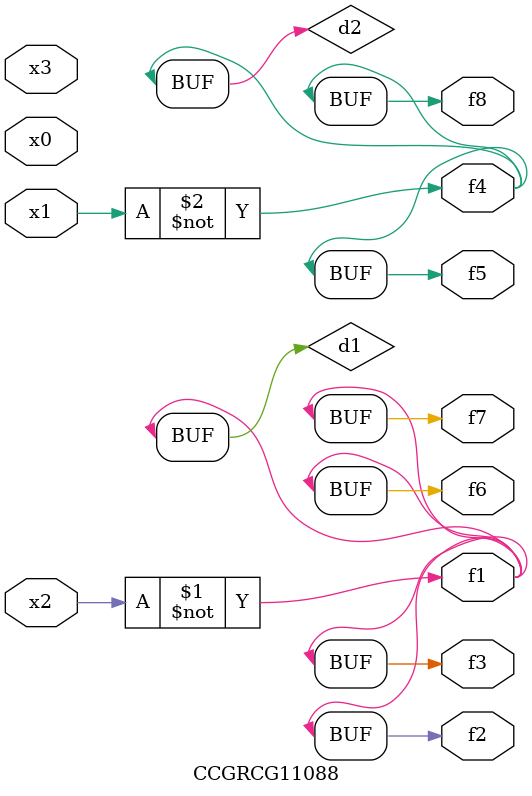
<source format=v>
module CCGRCG11088(
	input x0, x1, x2, x3,
	output f1, f2, f3, f4, f5, f6, f7, f8
);

	wire d1, d2;

	xnor (d1, x2);
	not (d2, x1);
	assign f1 = d1;
	assign f2 = d1;
	assign f3 = d1;
	assign f4 = d2;
	assign f5 = d2;
	assign f6 = d1;
	assign f7 = d1;
	assign f8 = d2;
endmodule

</source>
